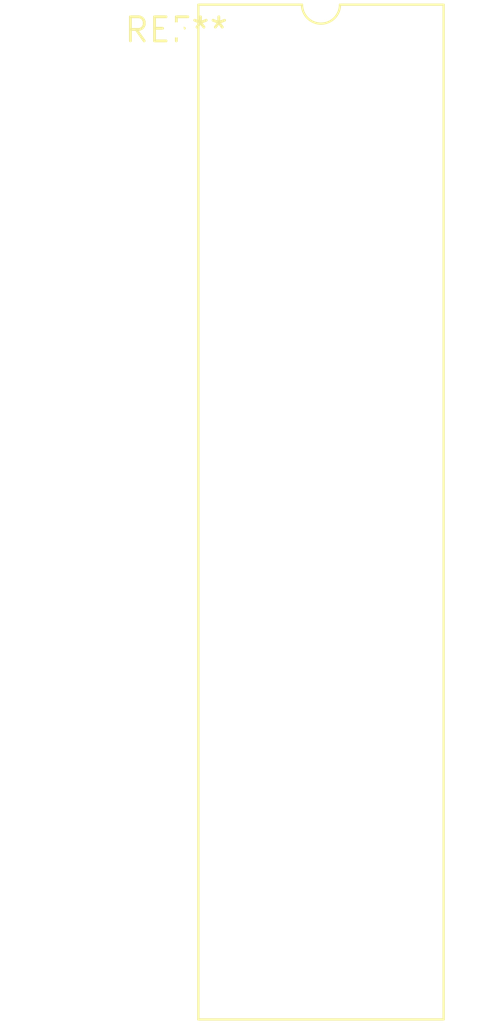
<source format=kicad_pcb>
(kicad_pcb (version 20240108) (generator pcbnew)
  (layers (0 "F.Cu" signal) (31 "B.Cu" signal) (34 "B.Paste" user) (35 "F.Paste" user) (36 "B.SilkS" user "B.Silkscreen") (37 "F.SilkS" user "F.Silkscreen") (38 "B.Mask" user) (39 "F.Mask" user) (44 "Edge.Cuts" user))
  (net 0 "")
  (footprint "DIP-42_W15.24mm" (layer "F.Cu") (at 0 0)
    (property "Reference" "REF**")
    (property "Value" "DIP-42_W15.24mm")
    (fp_line (start 1.16 -1.33) (end 1.16 52.13) (layer "F.SilkS") (stroke (width 0.12)))
    (fp_line (start 1.16 52.13) (end 14.08 52.13) (layer "F.SilkS") (stroke (width 0.12)))
    (fp_line (start 6.62 -1.33) (end 1.16 -1.33) (layer "F.SilkS") (stroke (width 0.12)))
    (fp_line (start 14.08 -1.33) (end 8.62 -1.33) (layer "F.SilkS") (stroke (width 0.12)))
    (fp_line (start 14.08 52.13) (end 14.08 -1.33) (layer "F.SilkS") (stroke (width 0.12)))
    (fp_arc (start 8.62 -1.33) (mid 7.62 -0.33) (end 6.62 -1.33) (layer "F.SilkS") (stroke (width 0.12)))
    (pad "1" thru_hole rect (at 0 0) (size 1.6 1.6) (drill 0.8) (layers *.Cu *.Mask) (remove_unused_layers))
    (pad "2" thru_hole oval (at 0 2.54) (size 1.6 1.6) (drill 0.8) (layers *.Cu *.Mask) (remove_unused_layers))
    (pad "3" thru_hole oval (at 0 5.08) (size 1.6 1.6) (drill 0.8) (layers *.Cu *.Mask) (remove_unused_layers))
    (pad "4" thru_hole oval (at 0 7.62) (size 1.6 1.6) (drill 0.8) (layers *.Cu *.Mask) (remove_unused_layers))
    (pad "5" thru_hole oval (at 0 10.16) (size 1.6 1.6) (drill 0.8) (layers *.Cu *.Mask) (remove_unused_layers))
    (pad "6" thru_hole oval (at 0 12.7) (size 1.6 1.6) (drill 0.8) (layers *.Cu *.Mask) (remove_unused_layers))
    (pad "7" thru_hole oval (at 0 15.24) (size 1.6 1.6) (drill 0.8) (layers *.Cu *.Mask) (remove_unused_layers))
    (pad "8" thru_hole oval (at 0 17.78) (size 1.6 1.6) (drill 0.8) (layers *.Cu *.Mask) (remove_unused_layers))
    (pad "9" thru_hole oval (at 0 20.32) (size 1.6 1.6) (drill 0.8) (layers *.Cu *.Mask) (remove_unused_layers))
    (pad "10" thru_hole oval (at 0 22.86) (size 1.6 1.6) (drill 0.8) (layers *.Cu *.Mask) (remove_unused_layers))
    (pad "11" thru_hole oval (at 0 25.4) (size 1.6 1.6) (drill 0.8) (layers *.Cu *.Mask) (remove_unused_layers))
    (pad "12" thru_hole oval (at 0 27.94) (size 1.6 1.6) (drill 0.8) (layers *.Cu *.Mask) (remove_unused_layers))
    (pad "13" thru_hole oval (at 0 30.48) (size 1.6 1.6) (drill 0.8) (layers *.Cu *.Mask) (remove_unused_layers))
    (pad "14" thru_hole oval (at 0 33.02) (size 1.6 1.6) (drill 0.8) (layers *.Cu *.Mask) (remove_unused_layers))
    (pad "15" thru_hole oval (at 0 35.56) (size 1.6 1.6) (drill 0.8) (layers *.Cu *.Mask) (remove_unused_layers))
    (pad "16" thru_hole oval (at 0 38.1) (size 1.6 1.6) (drill 0.8) (layers *.Cu *.Mask) (remove_unused_layers))
    (pad "17" thru_hole oval (at 0 40.64) (size 1.6 1.6) (drill 0.8) (layers *.Cu *.Mask) (remove_unused_layers))
    (pad "18" thru_hole oval (at 0 43.18) (size 1.6 1.6) (drill 0.8) (layers *.Cu *.Mask) (remove_unused_layers))
    (pad "19" thru_hole oval (at 0 45.72) (size 1.6 1.6) (drill 0.8) (layers *.Cu *.Mask) (remove_unused_layers))
    (pad "20" thru_hole oval (at 0 48.26) (size 1.6 1.6) (drill 0.8) (layers *.Cu *.Mask) (remove_unused_layers))
    (pad "21" thru_hole oval (at 0 50.8) (size 1.6 1.6) (drill 0.8) (layers *.Cu *.Mask) (remove_unused_layers))
    (pad "22" thru_hole oval (at 15.24 50.8) (size 1.6 1.6) (drill 0.8) (layers *.Cu *.Mask) (remove_unused_layers))
    (pad "23" thru_hole oval (at 15.24 48.26) (size 1.6 1.6) (drill 0.8) (layers *.Cu *.Mask) (remove_unused_layers))
    (pad "24" thru_hole oval (at 15.24 45.72) (size 1.6 1.6) (drill 0.8) (layers *.Cu *.Mask) (remove_unused_layers))
    (pad "25" thru_hole oval (at 15.24 43.18) (size 1.6 1.6) (drill 0.8) (layers *.Cu *.Mask) (remove_unused_layers))
    (pad "26" thru_hole oval (at 15.24 40.64) (size 1.6 1.6) (drill 0.8) (layers *.Cu *.Mask) (remove_unused_layers))
    (pad "27" thru_hole oval (at 15.24 38.1) (size 1.6 1.6) (drill 0.8) (layers *.Cu *.Mask) (remove_unused_layers))
    (pad "28" thru_hole oval (at 15.24 35.56) (size 1.6 1.6) (drill 0.8) (layers *.Cu *.Mask) (remove_unused_layers))
    (pad "29" thru_hole oval (at 15.24 33.02) (size 1.6 1.6) (drill 0.8) (layers *.Cu *.Mask) (remove_unused_layers))
    (pad "30" thru_hole oval (at 15.24 30.48) (size 1.6 1.6) (drill 0.8) (layers *.Cu *.Mask) (remove_unused_layers))
    (pad "31" thru_hole oval (at 15.24 27.94) (size 1.6 1.6) (drill 0.8) (layers *.Cu *.Mask) (remove_unused_layers))
    (pad "32" thru_hole oval (at 15.24 25.4) (size 1.6 1.6) (drill 0.8) (layers *.Cu *.Mask) (remove_unused_layers))
    (pad "33" thru_hole oval (at 15.24 22.86) (size 1.6 1.6) (drill 0.8) (layers *.Cu *.Mask) (remove_unused_layers))
    (pad "34" thru_hole oval (at 15.24 20.32) (size 1.6 1.6) (drill 0.8) (layers *.Cu *.Mask) (remove_unused_layers))
    (pad "35" thru_hole oval (at 15.24 17.78) (size 1.6 1.6) (drill 0.8) (layers *.Cu *.Mask) (remove_unused_layers))
    (pad "36" thru_hole oval (at 15.24 15.24) (size 1.6 1.6) (drill 0.8) (layers *.Cu *.Mask) (remove_unused_layers))
    (pad "37" thru_hole oval (at 15.24 12.7) (size 1.6 1.6) (drill 0.8) (layers *.Cu *.Mask) (remove_unused_layers))
    (pad "38" thru_hole oval (at 15.24 10.16) (size 1.6 1.6) (drill 0.8) (layers *.Cu *.Mask) (remove_unused_layers))
    (pad "39" thru_hole oval (at 15.24 7.62) (size 1.6 1.6) (drill 0.8) (layers *.Cu *.Mask) (remove_unused_layers))
    (pad "40" thru_hole oval (at 15.24 5.08) (size 1.6 1.6) (drill 0.8) (layers *.Cu *.Mask) (remove_unused_layers))
    (pad "41" thru_hole oval (at 15.24 2.54) (size 1.6 1.6) (drill 0.8) (layers *.Cu *.Mask) (remove_unused_layers))
    (pad "42" thru_hole oval (at 15.24 0) (size 1.6 1.6) (drill 0.8) (layers *.Cu *.Mask) (remove_unused_layers))
  )
)
</source>
